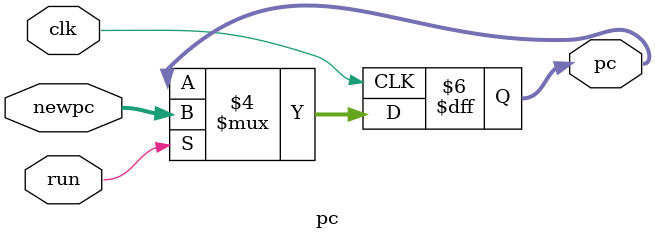
<source format=v>
module pc # (
        parameter initial_addr = 32'h0000_0000
    )
    (
        input               clk,
        input               run,
        input       [31:0]  newpc,
        output  reg [31:0]  pc
    );

    initial begin
        pc <= initial_addr;
    end

    always @(negedge clk) begin
        if (run == 1'b1) begin
            pc <= newpc;
        end
    end

endmodule

</source>
